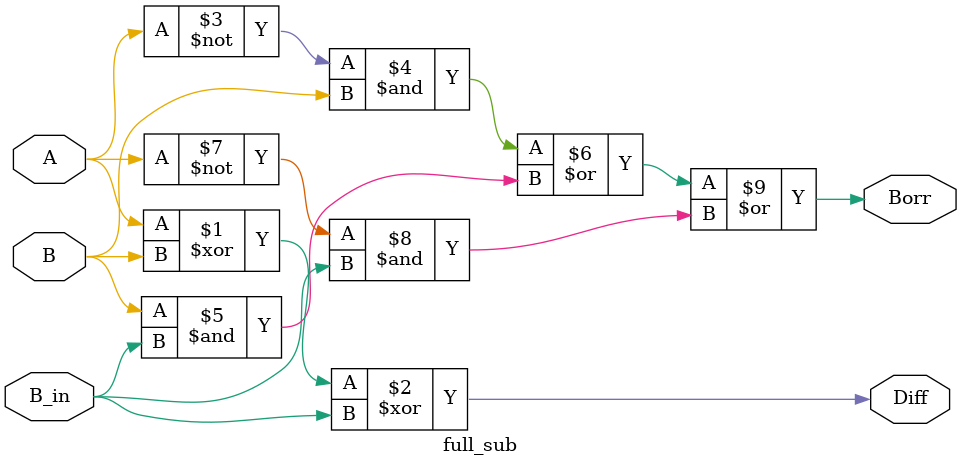
<source format=v>
`timescale 1ns / 1ps


module full_sub(
    input A,
    input B,
    input B_in,
    output Diff,
    output Borr
    );
    assign Diff = A^B^B_in;
    assign Borr = (~A)&B | B&B_in | (~A)&B_in;
    
endmodule

</source>
